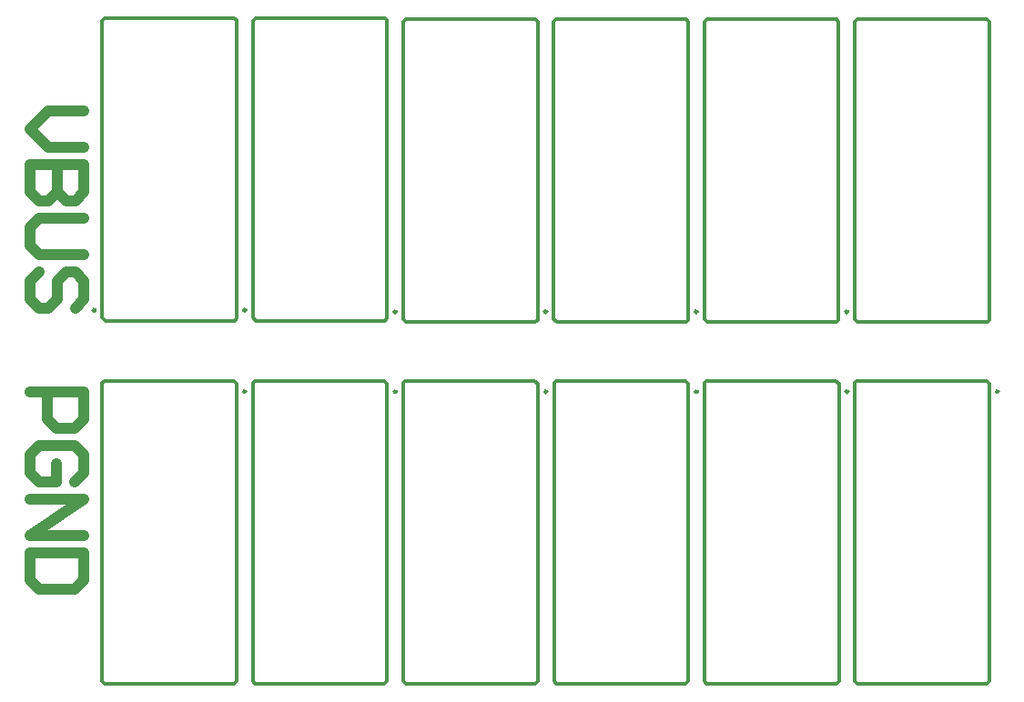
<source format=gbr>
%TF.GenerationSoftware,Altium Limited,Altium Designer,24.0.1 (36)*%
G04 Layer_Color=65535*
%FSLAX45Y45*%
%MOMM*%
%TF.SameCoordinates,FB142892-ABB5-4026-B094-0FDC62B1FA86*%
%TF.FilePolarity,Positive*%
%TF.FileFunction,Legend,Top*%
%TF.Part,Single*%
G01*
G75*
%TA.AperFunction,NonConductor*%
%ADD15C,0.30000*%
%ADD16C,1.00000*%
D15*
X9212839Y2887980D02*
G03*
X9212839Y2887980I-10000J0D01*
G01*
X7812499D02*
G03*
X7812499Y2887980I-10000J0D01*
G01*
X6412160D02*
G03*
X6412160Y2887980I-10000J0D01*
G01*
X5011820D02*
G03*
X5011820Y2887980I-10000J0D01*
G01*
X3611480D02*
G03*
X3611480Y2887980I-10000J0D01*
G01*
X2211140D02*
G03*
X2211140Y2887980I-10000J0D01*
G01*
X810060Y3644900D02*
G03*
X810060Y3644900I-10000J0D01*
G01*
X2210108D02*
G03*
X2210108Y3644900I-10000J0D01*
G01*
X3610156Y3632200D02*
G03*
X3610156Y3632200I-10000J0D01*
G01*
X5010204D02*
G03*
X5010204Y3632200I-10000J0D01*
G01*
X6410252D02*
G03*
X6410252Y3632200I-10000J0D01*
G01*
X7810300D02*
G03*
X7810300Y3632200I-10000J0D01*
G01*
X7877839Y188120D02*
X7898319Y167640D01*
X7877839Y188120D02*
Y2966560D01*
X7895779Y2984500D01*
X7898319Y167640D02*
X9102279D01*
X9127679Y193040D02*
Y2956560D01*
X9102279Y167640D02*
X9127679Y193040D01*
X7895779Y2984500D02*
X9099739D01*
X9127679Y2956560D01*
X6477499Y188120D02*
X6497979Y167640D01*
X6477499Y188120D02*
Y2966560D01*
X6495439Y2984500D01*
X6497979Y167640D02*
X7701939D01*
X7727339Y193040D02*
Y2956560D01*
X7701939Y167640D02*
X7727339Y193040D01*
X6495439Y2984500D02*
X7699399D01*
X7727339Y2956560D01*
X5077160Y188120D02*
X5097640Y167640D01*
X5077160Y188120D02*
Y2966560D01*
X5095100Y2984500D01*
X5097640Y167640D02*
X6301600D01*
X6327000Y193040D02*
Y2956560D01*
X6301600Y167640D02*
X6327000Y193040D01*
X5095100Y2984500D02*
X6299060D01*
X6327000Y2956560D01*
X3676820Y188120D02*
X3697300Y167640D01*
X3676820Y188120D02*
Y2966560D01*
X3694760Y2984500D01*
X3697300Y167640D02*
X4901260D01*
X4926660Y193040D02*
Y2956560D01*
X4901260Y167640D02*
X4926660Y193040D01*
X3694760Y2984500D02*
X4898720D01*
X4926660Y2956560D01*
X2276480Y188120D02*
X2296960Y167640D01*
X2276480Y188120D02*
Y2966560D01*
X2294420Y2984500D01*
X2296960Y167640D02*
X3500920D01*
X3526320Y193040D02*
Y2956560D01*
X3500920Y167640D02*
X3526320Y193040D01*
X2294420Y2984500D02*
X3498380D01*
X3526320Y2956560D01*
X876140Y188120D02*
X896620Y167640D01*
X876140Y188120D02*
Y2966560D01*
X894080Y2984500D01*
X896620Y167640D02*
X2100580D01*
X2125980Y193040D02*
Y2956560D01*
X2100580Y167640D02*
X2125980Y193040D01*
X894080Y2984500D02*
X2098040D01*
X2125980Y2956560D01*
X2104580Y6365240D02*
X2125060Y6344760D01*
Y3566320D02*
Y6344760D01*
X2107120Y3548380D02*
X2125060Y3566320D01*
X900620Y6365240D02*
X2104580D01*
X875220Y3576320D02*
Y6339840D01*
X900620Y6365240D01*
X903160Y3548380D02*
X2107120D01*
X875220Y3576320D02*
X903160Y3548380D01*
X3504628Y6365240D02*
X3525108Y6344760D01*
Y3566320D02*
Y6344760D01*
X3507168Y3548380D02*
X3525108Y3566320D01*
X2300668Y6365240D02*
X3504628D01*
X2275268Y3576320D02*
Y6339840D01*
X2300668Y6365240D01*
X2303208Y3548380D02*
X3507168D01*
X2275268Y3576320D02*
X2303208Y3548380D01*
X4904676Y6352540D02*
X4925156Y6332060D01*
Y3553620D02*
Y6332060D01*
X4907216Y3535680D02*
X4925156Y3553620D01*
X3700716Y6352540D02*
X4904676D01*
X3675316Y3563620D02*
Y6327140D01*
X3700716Y6352540D01*
X3703256Y3535680D02*
X4907216D01*
X3675316Y3563620D02*
X3703256Y3535680D01*
X6304724Y6352540D02*
X6325204Y6332060D01*
Y3553620D02*
Y6332060D01*
X6307264Y3535680D02*
X6325204Y3553620D01*
X5100764Y6352540D02*
X6304724D01*
X5075364Y3563620D02*
Y6327140D01*
X5100764Y6352540D01*
X5103304Y3535680D02*
X6307264D01*
X5075364Y3563620D02*
X5103304Y3535680D01*
X7704772Y6352540D02*
X7725252Y6332060D01*
Y3553620D02*
Y6332060D01*
X7707312Y3535680D02*
X7725252Y3553620D01*
X6500812Y6352540D02*
X7704772D01*
X6475412Y3563620D02*
Y6327140D01*
X6500812Y6352540D01*
X6503352Y3535680D02*
X7707312D01*
X6475412Y3563620D02*
X6503352Y3535680D01*
X9104820Y6352540D02*
X9125300Y6332060D01*
Y3553620D02*
Y6332060D01*
X9107360Y3535680D02*
X9125300Y3553620D01*
X7900860Y6352540D02*
X9104820D01*
X7875460Y3563620D02*
Y6327140D01*
X7900860Y6352540D01*
X7903400Y3535680D02*
X9107360D01*
X7875460Y3563620D02*
X7903400Y3535680D01*
D16*
X201600Y2881960D02*
X701438D01*
Y2632041D01*
X618132Y2548735D01*
X451519D01*
X368213Y2632041D01*
Y2881960D01*
X618132Y2048896D02*
X701438Y2132202D01*
Y2298815D01*
X618132Y2382122D01*
X284906D01*
X201600Y2298815D01*
Y2132202D01*
X284906Y2048896D01*
X451519D01*
Y2215509D01*
X201600Y1882283D02*
X701438D01*
X201600Y1549058D01*
X701438D01*
Y1382445D02*
X201600D01*
Y1132526D01*
X284906Y1049219D01*
X618132D01*
X701438Y1132526D01*
Y1382445D01*
X706518Y5498160D02*
X373293D01*
X206680Y5331547D01*
X373293Y5164935D01*
X706518D01*
Y4998322D02*
X206680D01*
Y4748402D01*
X289986Y4665096D01*
X373293D01*
X456599Y4748402D01*
Y4998322D01*
Y4748402D01*
X539905Y4665096D01*
X623212D01*
X706518Y4748402D01*
Y4998322D01*
Y4498483D02*
X289986D01*
X206680Y4415177D01*
Y4248564D01*
X289986Y4165258D01*
X706518D01*
X623212Y3665419D02*
X706518Y3748726D01*
Y3915338D01*
X623212Y3998645D01*
X539905D01*
X456599Y3915338D01*
Y3748726D01*
X373293Y3665419D01*
X289986D01*
X206680Y3748726D01*
Y3915338D01*
X289986Y3998645D01*
%TF.MD5,e463e4be971db3352886803058ba4a3a*%
M02*

</source>
